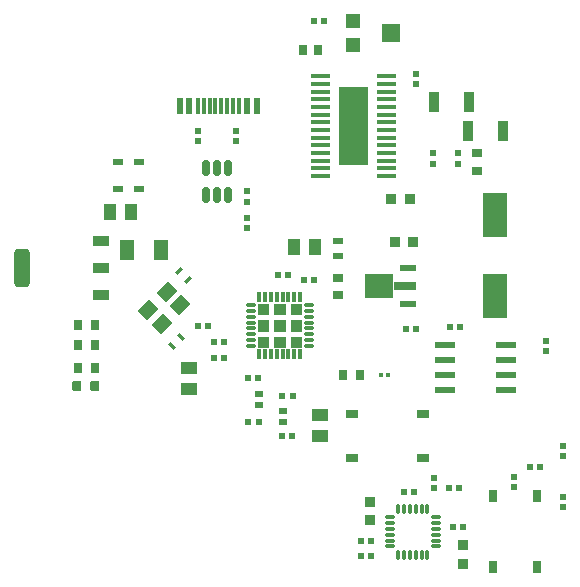
<source format=gbr>
%TF.GenerationSoftware,KiCad,Pcbnew,(6.0.7)*%
%TF.CreationDate,2023-08-26T21:57:55+08:00*%
%TF.ProjectId,ESP32_C3_motor_driver_V4,45535033-325f-4433-935f-6d6f746f725f,rev?*%
%TF.SameCoordinates,PX5ae29a0PY2d4cae0*%
%TF.FileFunction,Paste,Top*%
%TF.FilePolarity,Positive*%
%FSLAX46Y46*%
G04 Gerber Fmt 4.6, Leading zero omitted, Abs format (unit mm)*
G04 Created by KiCad (PCBNEW (6.0.7)) date 2023-08-26 21:57:55*
%MOMM*%
%LPD*%
G01*
G04 APERTURE LIST*
G04 Aperture macros list*
%AMRoundRect*
0 Rectangle with rounded corners*
0 $1 Rounding radius*
0 $2 $3 $4 $5 $6 $7 $8 $9 X,Y pos of 4 corners*
0 Add a 4 corners polygon primitive as box body*
4,1,4,$2,$3,$4,$5,$6,$7,$8,$9,$2,$3,0*
0 Add four circle primitives for the rounded corners*
1,1,$1+$1,$2,$3*
1,1,$1+$1,$4,$5*
1,1,$1+$1,$6,$7*
1,1,$1+$1,$8,$9*
0 Add four rect primitives between the rounded corners*
20,1,$1+$1,$2,$3,$4,$5,0*
20,1,$1+$1,$4,$5,$6,$7,0*
20,1,$1+$1,$6,$7,$8,$9,0*
20,1,$1+$1,$8,$9,$2,$3,0*%
%AMRotRect*
0 Rectangle, with rotation*
0 The origin of the aperture is its center*
0 $1 length*
0 $2 width*
0 $3 Rotation angle, in degrees counterclockwise*
0 Add horizontal line*
21,1,$1,$2,0,0,$3*%
G04 Aperture macros list end*
%ADD10C,0.010000*%
%ADD11R,0.700000X0.900000*%
%ADD12RotRect,0.600000X0.350000X225.000000*%
%ADD13RotRect,1.400000X1.150000X225.000000*%
%ADD14RoundRect,0.027000X0.378000X-0.108000X0.378000X0.108000X-0.378000X0.108000X-0.378000X-0.108000X0*%
%ADD15RoundRect,0.008100X0.126900X-0.396900X0.126900X0.396900X-0.126900X0.396900X-0.126900X-0.396900X0*%
%ADD16R,0.830000X0.630000*%
%ADD17R,0.600000X0.540000*%
%ADD18R,0.540000X0.600000*%
%ADD19R,1.420000X1.080000*%
%ADD20R,2.108200X3.810000*%
%ADD21R,0.750000X1.000000*%
%ADD22RoundRect,0.083820X-0.297180X-0.360680X0.297180X-0.360680X0.297180X0.360680X-0.297180X0.360680X0*%
%ADD23R,1.000000X0.750000*%
%ADD24R,0.900000X0.650000*%
%ADD25R,0.890000X0.930000*%
%ADD26RoundRect,0.150000X0.150000X-0.512500X0.150000X0.512500X-0.150000X0.512500X-0.150000X-0.512500X0*%
%ADD27RoundRect,0.041300X-0.833700X-0.253700X0.833700X-0.253700X0.833700X0.253700X-0.833700X0.253700X0*%
%ADD28R,0.970000X1.730000*%
%ADD29R,0.900000X0.550000*%
%ADD30R,0.410000X0.420000*%
%ADD31R,0.930000X0.890000*%
%ADD32R,0.650000X0.900000*%
%ADD33R,1.400000X0.570000*%
%ADD34R,1.900000X0.650000*%
%ADD35R,2.450000X2.000000*%
%ADD36R,1.080000X1.420000*%
%ADD37RoundRect,0.075000X0.075000X-0.350000X0.075000X0.350000X-0.075000X0.350000X-0.075000X-0.350000X0*%
%ADD38RoundRect,0.075000X0.350000X0.075000X-0.350000X0.075000X-0.350000X-0.075000X0.350000X-0.075000X0*%
%ADD39R,0.730000X0.510000*%
%ADD40R,0.600000X1.450000*%
%ADD41R,0.300000X1.450000*%
%ADD42R,0.870000X0.930000*%
%ADD43R,0.930000X0.870000*%
%ADD44RoundRect,0.065100X0.589900X0.399900X-0.589900X0.399900X-0.589900X-0.399900X0.589900X-0.399900X0*%
%ADD45RoundRect,0.314400X0.340600X1.305600X-0.340600X1.305600X-0.340600X-1.305600X0.340600X-1.305600X0*%
%ADD46R,1.250000X1.820000*%
%ADD47R,1.200000X1.200000*%
%ADD48R,1.500000X1.600000*%
%ADD49RotRect,0.600000X0.350000X315.000000*%
G04 APERTURE END LIST*
%TO.C,U6*%
G36*
X24530000Y-27590000D02*
G01*
X23630000Y-27590000D01*
X23630000Y-26690000D01*
X24530000Y-26690000D01*
X24530000Y-27590000D01*
G37*
D10*
X24530000Y-27590000D02*
X23630000Y-27590000D01*
X23630000Y-26690000D01*
X24530000Y-26690000D01*
X24530000Y-27590000D01*
G36*
X23130000Y-27590000D02*
G01*
X22230000Y-27590000D01*
X22230000Y-26690000D01*
X23130000Y-26690000D01*
X23130000Y-27590000D01*
G37*
X23130000Y-27590000D02*
X22230000Y-27590000D01*
X22230000Y-26690000D01*
X23130000Y-26690000D01*
X23130000Y-27590000D01*
G36*
X23130000Y-26190000D02*
G01*
X22230000Y-26190000D01*
X22230000Y-25290000D01*
X23130000Y-25290000D01*
X23130000Y-26190000D01*
G37*
X23130000Y-26190000D02*
X22230000Y-26190000D01*
X22230000Y-25290000D01*
X23130000Y-25290000D01*
X23130000Y-26190000D01*
G36*
X25930000Y-26190000D02*
G01*
X25030000Y-26190000D01*
X25030000Y-25290000D01*
X25930000Y-25290000D01*
X25930000Y-26190000D01*
G37*
X25930000Y-26190000D02*
X25030000Y-26190000D01*
X25030000Y-25290000D01*
X25930000Y-25290000D01*
X25930000Y-26190000D01*
G36*
X24530000Y-26190000D02*
G01*
X23630000Y-26190000D01*
X23630000Y-25290000D01*
X24530000Y-25290000D01*
X24530000Y-26190000D01*
G37*
X24530000Y-26190000D02*
X23630000Y-26190000D01*
X23630000Y-25290000D01*
X24530000Y-25290000D01*
X24530000Y-26190000D01*
G36*
X24530000Y-28990000D02*
G01*
X23630000Y-28990000D01*
X23630000Y-28090000D01*
X24530000Y-28090000D01*
X24530000Y-28990000D01*
G37*
X24530000Y-28990000D02*
X23630000Y-28990000D01*
X23630000Y-28090000D01*
X24530000Y-28090000D01*
X24530000Y-28990000D01*
G36*
X23130000Y-28990000D02*
G01*
X22230000Y-28990000D01*
X22230000Y-28090000D01*
X23130000Y-28090000D01*
X23130000Y-28990000D01*
G37*
X23130000Y-28990000D02*
X22230000Y-28990000D01*
X22230000Y-28090000D01*
X23130000Y-28090000D01*
X23130000Y-28990000D01*
G36*
X25930000Y-28990000D02*
G01*
X25030000Y-28990000D01*
X25030000Y-28090000D01*
X25930000Y-28090000D01*
X25930000Y-28990000D01*
G37*
X25930000Y-28990000D02*
X25030000Y-28990000D01*
X25030000Y-28090000D01*
X25930000Y-28090000D01*
X25930000Y-28990000D01*
G36*
X25930000Y-27590000D02*
G01*
X25030000Y-27590000D01*
X25030000Y-26690000D01*
X25930000Y-26690000D01*
X25930000Y-27590000D01*
G37*
X25930000Y-27590000D02*
X25030000Y-27590000D01*
X25030000Y-26690000D01*
X25930000Y-26690000D01*
X25930000Y-27590000D01*
%TO.C,U4*%
G36*
X33875000Y-11320000D02*
G01*
X32325000Y-11320000D01*
X32325000Y-11070000D01*
X33875000Y-11070000D01*
X33875000Y-11320000D01*
G37*
X33875000Y-11320000D02*
X32325000Y-11320000D01*
X32325000Y-11070000D01*
X33875000Y-11070000D01*
X33875000Y-11320000D01*
G36*
X28275000Y-10020000D02*
G01*
X26725000Y-10020000D01*
X26725000Y-9770000D01*
X28275000Y-9770000D01*
X28275000Y-10020000D01*
G37*
X28275000Y-10020000D02*
X26725000Y-10020000D01*
X26725000Y-9770000D01*
X28275000Y-9770000D01*
X28275000Y-10020000D01*
G36*
X33875000Y-6770000D02*
G01*
X32325000Y-6770000D01*
X32325000Y-6520000D01*
X33875000Y-6520000D01*
X33875000Y-6770000D01*
G37*
X33875000Y-6770000D02*
X32325000Y-6770000D01*
X32325000Y-6520000D01*
X33875000Y-6520000D01*
X33875000Y-6770000D01*
G36*
X33875000Y-8070000D02*
G01*
X32325000Y-8070000D01*
X32325000Y-7820000D01*
X33875000Y-7820000D01*
X33875000Y-8070000D01*
G37*
X33875000Y-8070000D02*
X32325000Y-8070000D01*
X32325000Y-7820000D01*
X33875000Y-7820000D01*
X33875000Y-8070000D01*
G36*
X33875000Y-13270000D02*
G01*
X32325000Y-13270000D01*
X32325000Y-13020000D01*
X33875000Y-13020000D01*
X33875000Y-13270000D01*
G37*
X33875000Y-13270000D02*
X32325000Y-13270000D01*
X32325000Y-13020000D01*
X33875000Y-13020000D01*
X33875000Y-13270000D01*
G36*
X28275000Y-6120000D02*
G01*
X26725000Y-6120000D01*
X26725000Y-5870000D01*
X28275000Y-5870000D01*
X28275000Y-6120000D01*
G37*
X28275000Y-6120000D02*
X26725000Y-6120000D01*
X26725000Y-5870000D01*
X28275000Y-5870000D01*
X28275000Y-6120000D01*
G36*
X33875000Y-10670000D02*
G01*
X32325000Y-10670000D01*
X32325000Y-10420000D01*
X33875000Y-10420000D01*
X33875000Y-10670000D01*
G37*
X33875000Y-10670000D02*
X32325000Y-10670000D01*
X32325000Y-10420000D01*
X33875000Y-10420000D01*
X33875000Y-10670000D01*
G36*
X28275000Y-13270000D02*
G01*
X26725000Y-13270000D01*
X26725000Y-13020000D01*
X28275000Y-13020000D01*
X28275000Y-13270000D01*
G37*
X28275000Y-13270000D02*
X26725000Y-13270000D01*
X26725000Y-13020000D01*
X28275000Y-13020000D01*
X28275000Y-13270000D01*
G36*
X33875000Y-8720000D02*
G01*
X32325000Y-8720000D01*
X32325000Y-8470000D01*
X33875000Y-8470000D01*
X33875000Y-8720000D01*
G37*
X33875000Y-8720000D02*
X32325000Y-8720000D01*
X32325000Y-8470000D01*
X33875000Y-8470000D01*
X33875000Y-8720000D01*
G36*
X31500000Y-13450000D02*
G01*
X29100000Y-13450000D01*
X29100000Y-6990000D01*
X31500000Y-6990000D01*
X31500000Y-13450000D01*
G37*
X31500000Y-13450000D02*
X29100000Y-13450000D01*
X29100000Y-6990000D01*
X31500000Y-6990000D01*
X31500000Y-13450000D01*
G36*
X28275000Y-10670000D02*
G01*
X26725000Y-10670000D01*
X26725000Y-10420000D01*
X28275000Y-10420000D01*
X28275000Y-10670000D01*
G37*
X28275000Y-10670000D02*
X26725000Y-10670000D01*
X26725000Y-10420000D01*
X28275000Y-10420000D01*
X28275000Y-10670000D01*
G36*
X28275000Y-11320000D02*
G01*
X26725000Y-11320000D01*
X26725000Y-11070000D01*
X28275000Y-11070000D01*
X28275000Y-11320000D01*
G37*
X28275000Y-11320000D02*
X26725000Y-11320000D01*
X26725000Y-11070000D01*
X28275000Y-11070000D01*
X28275000Y-11320000D01*
G36*
X33875000Y-12620000D02*
G01*
X32325000Y-12620000D01*
X32325000Y-12370000D01*
X33875000Y-12370000D01*
X33875000Y-12620000D01*
G37*
X33875000Y-12620000D02*
X32325000Y-12620000D01*
X32325000Y-12370000D01*
X33875000Y-12370000D01*
X33875000Y-12620000D01*
G36*
X33875000Y-9370000D02*
G01*
X32325000Y-9370000D01*
X32325000Y-9120000D01*
X33875000Y-9120000D01*
X33875000Y-9370000D01*
G37*
X33875000Y-9370000D02*
X32325000Y-9370000D01*
X32325000Y-9120000D01*
X33875000Y-9120000D01*
X33875000Y-9370000D01*
G36*
X28275000Y-13920000D02*
G01*
X26725000Y-13920000D01*
X26725000Y-13670000D01*
X28275000Y-13670000D01*
X28275000Y-13920000D01*
G37*
X28275000Y-13920000D02*
X26725000Y-13920000D01*
X26725000Y-13670000D01*
X28275000Y-13670000D01*
X28275000Y-13920000D01*
G36*
X33875000Y-14570000D02*
G01*
X32325000Y-14570000D01*
X32325000Y-14320000D01*
X33875000Y-14320000D01*
X33875000Y-14570000D01*
G37*
X33875000Y-14570000D02*
X32325000Y-14570000D01*
X32325000Y-14320000D01*
X33875000Y-14320000D01*
X33875000Y-14570000D01*
G36*
X33875000Y-7420000D02*
G01*
X32325000Y-7420000D01*
X32325000Y-7170000D01*
X33875000Y-7170000D01*
X33875000Y-7420000D01*
G37*
X33875000Y-7420000D02*
X32325000Y-7420000D01*
X32325000Y-7170000D01*
X33875000Y-7170000D01*
X33875000Y-7420000D01*
G36*
X28275000Y-8720000D02*
G01*
X26725000Y-8720000D01*
X26725000Y-8470000D01*
X28275000Y-8470000D01*
X28275000Y-8720000D01*
G37*
X28275000Y-8720000D02*
X26725000Y-8720000D01*
X26725000Y-8470000D01*
X28275000Y-8470000D01*
X28275000Y-8720000D01*
G36*
X33875000Y-6120000D02*
G01*
X32325000Y-6120000D01*
X32325000Y-5870000D01*
X33875000Y-5870000D01*
X33875000Y-6120000D01*
G37*
X33875000Y-6120000D02*
X32325000Y-6120000D01*
X32325000Y-5870000D01*
X33875000Y-5870000D01*
X33875000Y-6120000D01*
G36*
X28275000Y-8070000D02*
G01*
X26725000Y-8070000D01*
X26725000Y-7820000D01*
X28275000Y-7820000D01*
X28275000Y-8070000D01*
G37*
X28275000Y-8070000D02*
X26725000Y-8070000D01*
X26725000Y-7820000D01*
X28275000Y-7820000D01*
X28275000Y-8070000D01*
G36*
X28275000Y-11970000D02*
G01*
X26725000Y-11970000D01*
X26725000Y-11720000D01*
X28275000Y-11720000D01*
X28275000Y-11970000D01*
G37*
X28275000Y-11970000D02*
X26725000Y-11970000D01*
X26725000Y-11720000D01*
X28275000Y-11720000D01*
X28275000Y-11970000D01*
G36*
X28275000Y-14570000D02*
G01*
X26725000Y-14570000D01*
X26725000Y-14320000D01*
X28275000Y-14320000D01*
X28275000Y-14570000D01*
G37*
X28275000Y-14570000D02*
X26725000Y-14570000D01*
X26725000Y-14320000D01*
X28275000Y-14320000D01*
X28275000Y-14570000D01*
G36*
X33875000Y-11970000D02*
G01*
X32325000Y-11970000D01*
X32325000Y-11720000D01*
X33875000Y-11720000D01*
X33875000Y-11970000D01*
G37*
X33875000Y-11970000D02*
X32325000Y-11970000D01*
X32325000Y-11720000D01*
X33875000Y-11720000D01*
X33875000Y-11970000D01*
G36*
X28275000Y-12620000D02*
G01*
X26725000Y-12620000D01*
X26725000Y-12370000D01*
X28275000Y-12370000D01*
X28275000Y-12620000D01*
G37*
X28275000Y-12620000D02*
X26725000Y-12620000D01*
X26725000Y-12370000D01*
X28275000Y-12370000D01*
X28275000Y-12620000D01*
G36*
X33875000Y-10020000D02*
G01*
X32325000Y-10020000D01*
X32325000Y-9770000D01*
X33875000Y-9770000D01*
X33875000Y-10020000D01*
G37*
X33875000Y-10020000D02*
X32325000Y-10020000D01*
X32325000Y-9770000D01*
X33875000Y-9770000D01*
X33875000Y-10020000D01*
G36*
X28275000Y-7420000D02*
G01*
X26725000Y-7420000D01*
X26725000Y-7170000D01*
X28275000Y-7170000D01*
X28275000Y-7420000D01*
G37*
X28275000Y-7420000D02*
X26725000Y-7420000D01*
X26725000Y-7170000D01*
X28275000Y-7170000D01*
X28275000Y-7420000D01*
G36*
X28275000Y-9370000D02*
G01*
X26725000Y-9370000D01*
X26725000Y-9120000D01*
X28275000Y-9120000D01*
X28275000Y-9370000D01*
G37*
X28275000Y-9370000D02*
X26725000Y-9370000D01*
X26725000Y-9120000D01*
X28275000Y-9120000D01*
X28275000Y-9370000D01*
G36*
X33875000Y-13920000D02*
G01*
X32325000Y-13920000D01*
X32325000Y-13670000D01*
X33875000Y-13670000D01*
X33875000Y-13920000D01*
G37*
X33875000Y-13920000D02*
X32325000Y-13920000D01*
X32325000Y-13670000D01*
X33875000Y-13670000D01*
X33875000Y-13920000D01*
G36*
X28275000Y-6770000D02*
G01*
X26725000Y-6770000D01*
X26725000Y-6520000D01*
X28275000Y-6520000D01*
X28275000Y-6770000D01*
G37*
X28275000Y-6770000D02*
X26725000Y-6770000D01*
X26725000Y-6520000D01*
X28275000Y-6520000D01*
X28275000Y-6770000D01*
%TD*%
D11*
%TO.C,C16*%
X26050000Y-3800000D03*
X27350000Y-3800000D03*
%TD*%
D12*
%TO.C,C27*%
X16301231Y-23261231D03*
X15558769Y-22518769D03*
%TD*%
D13*
%TO.C,Y1*%
X14532132Y-24306497D03*
X12976497Y-25862132D03*
X14107868Y-26993503D03*
X15663503Y-25437868D03*
%TD*%
D14*
%TO.C,U6*%
X26530000Y-28890000D03*
X26530000Y-28390000D03*
X26530000Y-27890000D03*
X26530000Y-27390000D03*
X26530000Y-26890000D03*
X26530000Y-26390000D03*
X26530000Y-25890000D03*
X26530000Y-25390000D03*
X21630000Y-25390000D03*
X21630000Y-25890000D03*
X21630000Y-26390000D03*
X21630000Y-26890000D03*
X21630000Y-27390000D03*
X21630000Y-27890000D03*
X21630000Y-28390000D03*
X21630000Y-28890000D03*
D15*
X22330000Y-29590000D03*
X22830000Y-29590000D03*
X23330000Y-29590000D03*
X23830000Y-29590000D03*
X24330000Y-29590000D03*
X24830000Y-29590000D03*
X25330000Y-29590000D03*
X25830000Y-29590000D03*
X25830000Y-24690000D03*
X25330000Y-24690000D03*
X24830000Y-24690000D03*
X24330000Y-24690000D03*
X23830000Y-24690000D03*
X23330000Y-24690000D03*
X22830000Y-24690000D03*
X22330000Y-24690000D03*
%TD*%
D16*
%TO.C,D2*%
X10400000Y-13300000D03*
X10400000Y-15600000D03*
%TD*%
D17*
%TO.C,R16*%
X48100000Y-41668000D03*
X48100000Y-42532000D03*
%TD*%
D18*
%TO.C,C30*%
X45268000Y-39100000D03*
X46132000Y-39100000D03*
%TD*%
%TO.C,C10*%
X22292000Y-31590000D03*
X21428000Y-31590000D03*
%TD*%
D19*
%TO.C,C12*%
X16400000Y-30705000D03*
X16400000Y-32495000D03*
%TD*%
D20*
%TO.C,C21*%
X42300000Y-17745600D03*
X42300000Y-24654400D03*
%TD*%
D21*
%TO.C,S2*%
X45875000Y-41600000D03*
X45875000Y-47600000D03*
X42125000Y-41600000D03*
X42125000Y-47600000D03*
%TD*%
D22*
%TO.C,D3*%
X8462000Y-32300000D03*
X6938000Y-32300000D03*
%TD*%
D23*
%TO.C,S1*%
X30200000Y-34625000D03*
X36200000Y-34625000D03*
X30200000Y-38375000D03*
X36200000Y-38375000D03*
%TD*%
D18*
%TO.C,R23*%
X30968000Y-45400000D03*
X31832000Y-45400000D03*
%TD*%
D17*
%TO.C,C6*%
X21332000Y-16650000D03*
X21332000Y-15786000D03*
%TD*%
D24*
%TO.C,R18*%
X29000000Y-24600000D03*
X29000000Y-23150000D03*
%TD*%
D18*
%TO.C,R22*%
X30968000Y-46700000D03*
X31832000Y-46700000D03*
%TD*%
%TO.C,C7*%
X22294000Y-35280000D03*
X21430000Y-35280000D03*
%TD*%
%TO.C,C3*%
X35632000Y-27400000D03*
X34768000Y-27400000D03*
%TD*%
%TO.C,C28*%
X38718000Y-44200000D03*
X39582000Y-44200000D03*
%TD*%
D25*
%TO.C,C5*%
X33860000Y-20100000D03*
X35400000Y-20100000D03*
%TD*%
D26*
%TO.C,U3*%
X17850000Y-16075000D03*
X18800000Y-16075000D03*
X19750000Y-16075000D03*
X19750000Y-13800000D03*
X18800000Y-13800000D03*
X17850000Y-13800000D03*
%TD*%
D19*
%TO.C,C24*%
X27500000Y-36500000D03*
X27500000Y-34710000D03*
%TD*%
D18*
%TO.C,C22*%
X24308000Y-33090000D03*
X25172000Y-33090000D03*
%TD*%
D17*
%TO.C,R2*%
X20400000Y-10655500D03*
X20400000Y-11519500D03*
%TD*%
%TO.C,R3*%
X17200000Y-10637500D03*
X17200000Y-11501500D03*
%TD*%
%TO.C,R15*%
X37150000Y-40036000D03*
X37150000Y-40900000D03*
%TD*%
D27*
%TO.C,U1*%
X38097500Y-28795000D03*
X38097500Y-30065000D03*
X38097500Y-31335000D03*
X38097500Y-32605000D03*
X43267500Y-32605000D03*
X43267500Y-31335000D03*
X43267500Y-30065000D03*
X43267500Y-28795000D03*
%TD*%
D17*
%TO.C,C19*%
X35600000Y-6700000D03*
X35600000Y-5836000D03*
%TD*%
D18*
%TO.C,C15*%
X19390000Y-28520000D03*
X18526000Y-28520000D03*
%TD*%
D17*
%TO.C,C20*%
X39200000Y-12568000D03*
X39200000Y-13432000D03*
%TD*%
D28*
%TO.C,R12*%
X40020000Y-10700000D03*
X42980000Y-10700000D03*
%TD*%
D29*
%TO.C,D4*%
X29000000Y-19975000D03*
X29000000Y-21225000D03*
%TD*%
D18*
%TO.C,C26*%
X35450000Y-41200000D03*
X34586000Y-41200000D03*
%TD*%
D30*
%TO.C,D5*%
X32662000Y-31300000D03*
X33218000Y-31300000D03*
%TD*%
D31*
%TO.C,C29*%
X31700000Y-43600000D03*
X31700000Y-42060000D03*
%TD*%
D18*
%TO.C,C13*%
X38386000Y-40900000D03*
X39250000Y-40900000D03*
%TD*%
D32*
%TO.C,R5*%
X8425000Y-30700000D03*
X6975000Y-30700000D03*
%TD*%
D33*
%TO.C,IC1*%
X34944000Y-25300000D03*
D34*
X34694000Y-23800000D03*
D33*
X34944000Y-22300000D03*
D35*
X32519000Y-23800000D03*
%TD*%
D18*
%TO.C,C23*%
X24300000Y-36500000D03*
X25164000Y-36500000D03*
%TD*%
D36*
%TO.C,C8*%
X25300000Y-20500000D03*
X27090000Y-20500000D03*
%TD*%
D37*
%TO.C,U7*%
X34100000Y-46550000D03*
X34600000Y-46550000D03*
X35100000Y-46550000D03*
X35600000Y-46550000D03*
X36100000Y-46550000D03*
X36600000Y-46550000D03*
D38*
X37300000Y-45850000D03*
X37300000Y-45350000D03*
X37300000Y-44850000D03*
X37300000Y-44350000D03*
X37300000Y-43850000D03*
X37300000Y-43350000D03*
D37*
X36600000Y-42650000D03*
X36100000Y-42650000D03*
X35600000Y-42650000D03*
X35100000Y-42650000D03*
X34600000Y-42650000D03*
X34100000Y-42650000D03*
D38*
X33400000Y-43350000D03*
X33400000Y-43850000D03*
X33400000Y-44350000D03*
X33400000Y-44850000D03*
X33400000Y-45350000D03*
X33400000Y-45850000D03*
%TD*%
D39*
%TO.C,L1*%
X22300000Y-33860000D03*
X22300000Y-32940000D03*
%TD*%
D40*
%TO.C,J2*%
X22150000Y-8582500D03*
X21350000Y-8582500D03*
D41*
X20150000Y-8582500D03*
X19150000Y-8582500D03*
X18650000Y-8582500D03*
X17650000Y-8582500D03*
D40*
X16450000Y-8582500D03*
X15650000Y-8582500D03*
X15650000Y-8582500D03*
X16450000Y-8582500D03*
D41*
X17150000Y-8582500D03*
X18150000Y-8582500D03*
X19650000Y-8582500D03*
X20650000Y-8582500D03*
D40*
X21350000Y-8582500D03*
X22150000Y-8582500D03*
%TD*%
D42*
%TO.C,C11*%
X33520000Y-16400000D03*
X35080000Y-16400000D03*
%TD*%
D17*
%TO.C,R6*%
X21332000Y-18890000D03*
X21332000Y-18026000D03*
%TD*%
D43*
%TO.C,C25*%
X39625000Y-45740000D03*
X39625000Y-47300000D03*
%TD*%
D32*
%TO.C,R20*%
X8450000Y-27100000D03*
X7000000Y-27100000D03*
%TD*%
%TO.C,R19*%
X8450000Y-28800000D03*
X7000000Y-28800000D03*
%TD*%
D17*
%TO.C,C17*%
X37100000Y-12568000D03*
X37100000Y-13432000D03*
%TD*%
D16*
%TO.C,D1*%
X12200000Y-13300000D03*
X12200000Y-15600000D03*
%TD*%
D17*
%TO.C,R27*%
X43900000Y-39968000D03*
X43900000Y-40832000D03*
%TD*%
D44*
%TO.C,U2*%
X8922500Y-24550000D03*
X8922500Y-22260000D03*
X8922500Y-19970000D03*
D45*
X2232500Y-22260000D03*
%TD*%
D32*
%TO.C,R17*%
X29475000Y-31300000D03*
X30925000Y-31300000D03*
%TD*%
D46*
%TO.C,C4*%
X11200000Y-20760000D03*
X14060000Y-20760000D03*
%TD*%
D18*
%TO.C,C9*%
X24822000Y-22860000D03*
X23958000Y-22860000D03*
%TD*%
D28*
%TO.C,R13*%
X37120000Y-8200000D03*
X40080000Y-8200000D03*
%TD*%
D18*
%TO.C,C18*%
X26136000Y-23300000D03*
X27000000Y-23300000D03*
%TD*%
D39*
%TO.C,L2*%
X24390000Y-34360000D03*
X24390000Y-35280000D03*
%TD*%
D18*
%TO.C,R24*%
X18032000Y-27200000D03*
X17168000Y-27200000D03*
%TD*%
D47*
%TO.C,R11*%
X30295335Y-1390000D03*
D48*
X33545335Y-2390000D03*
D47*
X30295335Y-3390000D03*
%TD*%
D49*
%TO.C,C31*%
X15691231Y-28098769D03*
X14948769Y-28841231D03*
%TD*%
D18*
%TO.C,C1*%
X39334500Y-27300000D03*
X38470500Y-27300000D03*
%TD*%
%TO.C,R10*%
X27008000Y-1390000D03*
X27872000Y-1390000D03*
%TD*%
%TO.C,C14*%
X19390000Y-29900000D03*
X18526000Y-29900000D03*
%TD*%
D36*
%TO.C,C2*%
X9710000Y-17500000D03*
X11500000Y-17500000D03*
%TD*%
D17*
%TO.C,R14*%
X48100000Y-38232000D03*
X48100000Y-37368000D03*
%TD*%
D24*
%TO.C,R21*%
X40800000Y-12575000D03*
X40800000Y-14025000D03*
%TD*%
D17*
%TO.C,R4*%
X46600000Y-29332000D03*
X46600000Y-28468000D03*
%TD*%
M02*

</source>
